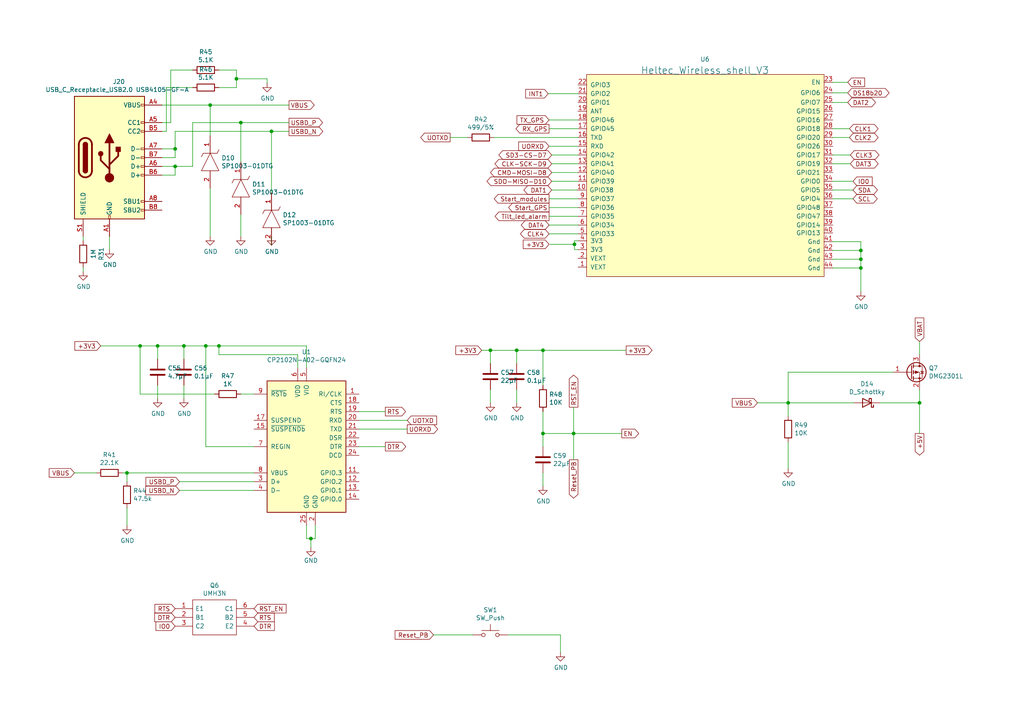
<source format=kicad_sch>
(kicad_sch (version 20211123) (generator eeschema)
  (paper "A4")
  (lib_symbols
    (symbol "Connector:USB_C_Receptacle_USB2.0" (pin_names (offset 1.016))
      (property "Reference" "J" (at -10.16 19.05 0))
      (property "Value" "USB_C_Receptacle_USB2.0" (at 19.05 19.05 0))
      (symbol "USB_C_Receptacle_USB2.0_0_0"
        (rectangle (start -0.254 -17.78) (end 0.254 -16.764))
        (rectangle (start 10.16 -14.986) (end 9.144 -15.494))
        (rectangle (start 10.16 -12.446) (end 9.144 -12.954))
        (rectangle (start 10.16 -4.826) (end 9.144 -5.334))
        (rectangle (start 10.16 -2.286) (end 9.144 -2.794))
        (rectangle (start 10.16 0.254) (end 9.144 -0.254))
        (rectangle (start 10.16 2.794) (end 9.144 2.286))
        (rectangle (start 10.16 7.874) (end 9.144 7.366))
        (rectangle (start 10.16 10.414) (end 9.144 9.906))
        (rectangle (start 10.16 15.494) (end 9.144 14.986))
      )
      (symbol "USB_C_Receptacle_USB2.0_0_1"
        (rectangle (start -10.16 17.78) (end 10.16 -17.78) (stroke (width 0.254)) (fill (type background)))
        (arc (start -8.89 -3.81) (mid -6.985 -5.715) (end -5.08 -3.81) (stroke (width 0.508)))
        (arc (start -7.62 -3.81) (mid -6.985 -4.445) (end -6.35 -3.81) (stroke (width 0.254)))
        (arc (start -7.62 -3.81) (mid -6.985 -4.445) (end -6.35 -3.81) (stroke (width 0.254)) (fill (type outline)))
        (rectangle (start -7.62 -3.81) (end -6.35 3.81) (stroke (width 0.254)) (fill (type outline)))
        (arc (start -6.35 3.81) (mid -6.985 4.445) (end -7.62 3.81) (stroke (width 0.254)))
        (arc (start -6.35 3.81) (mid -6.985 4.445) (end -7.62 3.81) (stroke (width 0.254)) (fill (type outline)))
        (arc (start -5.08 3.81) (mid -6.985 5.715) (end -8.89 3.81) (stroke (width 0.508)))
        (circle (center -2.54 1.143) (radius 0.635) (stroke (width 0.254)) (fill (type outline)))
        (circle (center 0 -5.842) (radius 1.27) (fill (type outline)))
        (polyline (pts (xy -8.89 -3.81) (xy -8.89 3.81)) (stroke (width 0.508)))
        (polyline (pts (xy -5.08 3.81) (xy -5.08 -3.81)) (stroke (width 0.508)))
        (polyline (pts (xy 0 -5.842) (xy 0 4.318)) (stroke (width 0.508)))
        (polyline (pts (xy 0 -3.302) (xy -2.54 -0.762) (xy -2.54 0.508)) (stroke (width 0.508)))
        (polyline (pts (xy 0 -2.032) (xy 2.54 0.508) (xy 2.54 1.778)) (stroke (width 0.508)))
        (polyline (pts (xy -1.27 4.318) (xy 0 6.858) (xy 1.27 4.318) (xy -1.27 4.318)) (stroke (width 0.254)) (fill (type outline)))
        (rectangle (start 1.905 1.778) (end 3.175 3.048) (stroke (width 0.254)) (fill (type outline)))
      )
      (symbol "USB_C_Receptacle_USB2.0_1_1"
        (pin passive line (at 0 -22.86 90) (length 5.08) (name "GND") (number "A1"))
        (pin passive line (at 0 -22.86 90) (length 5.08) hide (name "GND") (number "A12"))
        (pin passive line (at 15.24 15.24 180) (length 5.08) (name "VBUS") (number "A4"))
        (pin bidirectional line (at 15.24 10.16 180) (length 5.08) (name "CC1") (number "A5"))
        (pin bidirectional line (at 15.24 -2.54 180) (length 5.08) (name "D+") (number "A6"))
        (pin bidirectional line (at 15.24 2.54 180) (length 5.08) (name "D-") (number "A7"))
        (pin bidirectional line (at 15.24 -12.7 180) (length 5.08) (name "SBU1") (number "A8"))
        (pin passive line (at 15.24 15.24 180) (length 5.08) hide (name "VBUS") (number "A9"))
        (pin passive line (at 0 -22.86 90) (length 5.08) hide (name "GND") (number "B1"))
        (pin passive line (at 0 -22.86 90) (length 5.08) hide (name "GND") (number "B12"))
        (pin passive line (at 15.24 15.24 180) (length 5.08) hide (name "VBUS") (number "B4"))
        (pin bidirectional line (at 15.24 7.62 180) (length 5.08) (name "CC2") (number "B5"))
        (pin bidirectional line (at 15.24 -5.08 180) (length 5.08) (name "D+") (number "B6"))
        (pin bidirectional line (at 15.24 0 180) (length 5.08) (name "D-") (number "B7"))
        (pin bidirectional line (at 15.24 -15.24 180) (length 5.08) (name "SBU2") (number "B8"))
        (pin passive line (at 15.24 15.24 180) (length 5.08) hide (name "VBUS") (number "B9"))
        (pin passive line (at -7.62 -22.86 90) (length 5.08) (name "SHIELD") (number "S1"))
      )
    )
    (symbol "Device:C" (pin_numbers hide) (pin_names (offset 0.254))
      (property "Reference" "C" (at 0.635 2.54 0))
      (property "Value" "C" (at 0.635 -2.54 0))
      (symbol "C_0_1"
        (polyline (pts (xy -2.032 -0.762) (xy 2.032 -0.762)) (stroke (width 0.508)))
        (polyline (pts (xy -2.032 0.762) (xy 2.032 0.762)) (stroke (width 0.508)))
      )
      (symbol "C_1_1"
        (pin passive line (at 0 3.81 270) (length 2.794) (name "~") (number "1"))
        (pin passive line (at 0 -3.81 90) (length 2.794) (name "~") (number "2"))
      )
    )
    (symbol "Device:D_Schottky" (pin_numbers hide) (pin_names (offset 1.016) hide)
      (property "Reference" "D" (at 0 2.54 0))
      (property "Value" "D_Schottky" (at 0 -2.54 0))
      (symbol "D_Schottky_0_1"
        (polyline (pts (xy 1.27 0) (xy -1.27 0)))
        (polyline (pts (xy 1.27 1.27) (xy 1.27 -1.27) (xy -1.27 0) (xy 1.27 1.27)) (stroke (width 0.254)))
        (polyline (pts (xy -1.905 0.635) (xy -1.905 1.27) (xy -1.27 1.27) (xy -1.27 -1.27) (xy -0.635 -1.27) (xy -0.635 -0.635)) (stroke (width 0.254)))
      )
      (symbol "D_Schottky_1_1"
        (pin passive line (at -3.81 0 0) (length 2.54) (name "K") (number "1"))
        (pin passive line (at 3.81 0 180) (length 2.54) (name "A") (number "2"))
      )
    )
    (symbol "Device:R" (pin_numbers hide) (pin_names (offset 0))
      (property "Reference" "R" (at 2.032 0 90))
      (property "Value" "R" (at 0 0 90))
      (symbol "R_0_1"
        (rectangle (start -1.016 -2.54) (end 1.016 2.54) (stroke (width 0.254)))
      )
      (symbol "R_1_1"
        (pin passive line (at 0 3.81 270) (length 1.27) (name "~") (number "1"))
        (pin passive line (at 0 -3.81 90) (length 1.27) (name "~") (number "2"))
      )
    )
    (symbol "Espressif:Heltec_Wireless_shell_V3" (pin_names (offset 1.016))
      (property "Reference" "U6" (at -21.59 8.1964 0))
      (property "Value" "Heltec_Wireless_shell_V3" (at -21.59 5.0034 0))
      (symbol "Heltec_Wireless_shell_V3_0_1"
        (rectangle (start -55.88 3.81) (end 12.954 -54.864) (fill (type background)))
      )
      (symbol "Heltec_Wireless_shell_V3_1_1"
        (pin bidirectional line (at -58.42 -52.07 0) (length 2.54) (name "VEXT") (number "1"))
        (pin bidirectional line (at -58.674 -29.718 0) (length 2.54) (name "GPIO38") (number "10"))
        (pin bidirectional line (at -58.42 -27.178 0) (length 2.54) (name "GPIO39") (number "11"))
        (pin bidirectional line (at -58.42 -24.638 0) (length 2.54) (name "GPIO40") (number "12"))
        (pin bidirectional line (at -58.42 -22.098 0) (length 2.54) (name "GPIO41") (number "13"))
        (pin bidirectional line (at -58.42 -19.558 0) (length 2.54) (name "GPIO42") (number "14"))
        (pin bidirectional line (at -58.42 -17.018 0) (length 2.54) (name "RXD") (number "15"))
        (pin bidirectional line (at -58.42 -14.478 0) (length 2.54) (name "TXD") (number "16"))
        (pin bidirectional line (at -58.42 -11.938 0) (length 2.54) (name "GPIO45") (number "17"))
        (pin bidirectional line (at -58.42 -9.398 0) (length 2.54) (name "GPIO46") (number "18"))
        (pin bidirectional line (at -58.42 -6.858 0) (length 2.54) (name "ANT") (number "19"))
        (pin bidirectional line (at -58.42 -49.53 0) (length 2.54) (name "VEXT") (number "2"))
        (pin bidirectional line (at -58.42 -4.318 0) (length 2.54) (name "GPIO1") (number "20"))
        (pin bidirectional line (at -58.42 -1.778 0) (length 2.54) (name "GPIO2") (number "21"))
        (pin bidirectional line (at -58.42 0.762 0) (length 2.54) (name "GPIO3") (number "22"))
        (pin bidirectional line (at 15.494 1.524 180) (length 2.54) (name "EN") (number "23"))
        (pin bidirectional line (at 15.494 -1.524 180) (length 2.54) (name "GPIO6") (number "24"))
        (pin bidirectional line (at 15.494 -4.318 180) (length 2.54) (name "GPIO7") (number "25"))
        (pin bidirectional line (at 15.494 -6.858 180) (length 2.54) (name "GPIO15") (number "26"))
        (pin bidirectional line (at 15.494 -9.398 180) (length 2.54) (name "GPIO16") (number "27"))
        (pin bidirectional line (at 15.494 -11.938 180) (length 2.54) (name "GPIO18") (number "28"))
        (pin bidirectional line (at 15.494 -14.478 180) (length 2.54) (name "GPIO20") (number "29"))
        (pin bidirectional line (at -58.42 -46.99 0) (length 2.54) (name "3V3") (number "3"))
        (pin bidirectional line (at 15.494 -17.018 180) (length 2.54) (name "GPIO26") (number "30"))
        (pin bidirectional line (at 15.494 -19.558 180) (length 2.54) (name "GPIO17") (number "31"))
        (pin bidirectional line (at 15.494 -22.098 180) (length 2.54) (name "GPIO19") (number "32"))
        (pin bidirectional line (at 15.494 -24.638 180) (length 2.54) (name "GPIO21") (number "33"))
        (pin bidirectional line (at 15.494 -27.178 180) (length 2.54) (name "GPIO0") (number "34"))
        (pin bidirectional line (at 15.494 -29.718 180) (length 2.54) (name "GPIO5") (number "35"))
        (pin bidirectional line (at 15.494 -32.258 180) (length 2.54) (name "GPIO4") (number "36"))
        (pin bidirectional line (at 15.494 -34.798 180) (length 2.54) (name "GPIO48") (number "37"))
        (pin bidirectional line (at 15.494 -37.338 180) (length 2.54) (name "GPIO47") (number "38"))
        (pin bidirectional line (at 15.494 -39.878 180) (length 2.54) (name "GPIO14") (number "39"))
        (pin bidirectional line (at -58.42 -44.45 0) (length 2.54) (name "3V3") (number "4"))
        (pin bidirectional line (at 15.494 -42.164 180) (length 2.54) (name "GPIO13") (number "40"))
        (pin bidirectional line (at 15.494 -44.704 180) (length 2.54) (name "Gnd") (number "41"))
        (pin bidirectional line (at 15.494 -47.244 180) (length 2.54) (name "Gnd") (number "42"))
        (pin bidirectional line (at 15.494 -49.784 180) (length 2.54) (name "Gnd") (number "43"))
        (pin bidirectional line (at 15.494 -52.324 180) (length 2.54) (name "Gnd") (number "44"))
        (pin bidirectional line (at -58.42 -42.418 0) (length 2.54) (name "GPIO33") (number "5"))
        (pin bidirectional line (at -58.42 -39.878 0) (length 2.54) (name "GPIO34") (number "6"))
        (pin bidirectional line (at -58.42 -37.338 0) (length 2.54) (name "GPIO35") (number "7"))
        (pin bidirectional line (at -58.42 -34.798 0) (length 2.54) (name "GPIO36") (number "8"))
        (pin bidirectional line (at -58.42 -32.258 0) (length 2.54) (name "GPIO37") (number "9"))
      )
    )
    (symbol "RE1C002UN:DMG2301L" (pin_names hide)
      (property "Reference" "Q" (at 5.08 1.905 0))
      (property "Value" "DMG2301L" (at 5.08 0 0))
      (symbol "DMG2301L_0_1"
        (polyline (pts (xy 0.254 0) (xy -2.54 0)))
        (polyline (pts (xy 0.254 1.905) (xy 0.254 -1.905)) (stroke (width 0.254)))
        (polyline (pts (xy 0.762 -1.27) (xy 0.762 -2.286)) (stroke (width 0.254)))
        (polyline (pts (xy 0.762 0.508) (xy 0.762 -0.508)) (stroke (width 0.254)))
        (polyline (pts (xy 0.762 2.286) (xy 0.762 1.27)) (stroke (width 0.254)))
        (polyline (pts (xy 2.54 2.54) (xy 2.54 1.778)))
        (polyline (pts (xy 2.54 -2.54) (xy 2.54 0) (xy 0.762 0)))
        (polyline (pts (xy 0.762 1.778) (xy 3.302 1.778) (xy 3.302 -1.778) (xy 0.762 -1.778)))
        (polyline (pts (xy 2.286 0) (xy 1.27 0.381) (xy 1.27 -0.381) (xy 2.286 0)) (fill (type outline)))
        (polyline (pts (xy 2.794 -0.508) (xy 2.921 -0.381) (xy 3.683 -0.381) (xy 3.81 -0.254)))
        (polyline (pts (xy 3.302 -0.381) (xy 2.921 0.254) (xy 3.683 0.254) (xy 3.302 -0.381)))
        (circle (center 1.651 0) (radius 2.794) (stroke (width 0.254)))
        (circle (center 2.54 -1.778) (radius 0.254) (fill (type outline)))
        (circle (center 2.54 1.778) (radius 0.254) (fill (type outline)))
      )
      (symbol "DMG2301L_1_1"
        (pin input line (at -5.08 0 0) (length 2.54) (name "G") (number "1"))
        (pin passive line (at 2.54 -5.08 90) (length 2.54) (name "S") (number "2"))
        (pin passive line (at 2.54 5.08 270) (length 2.54) (name "D") (number "3"))
      )
    )
    (symbol "SP1003-01DTG:SP1003-01DTG" (pin_names (offset 0.762))
      (property "Reference" "D" (at 10.16 8.89 0))
      (property "Value" "SP1003-01DTG" (at 10.16 6.35 0))
      (symbol "SP1003-01DTG_0_0"
        (pin passive line (at 0 0 0) (length 5.08) (name "~") (number "1"))
        (pin passive line (at 15.24 0 180) (length 5.08) (name "~") (number "2"))
      )
      (symbol "SP1003-01DTG_0_1"
        (polyline (pts (xy 4.064 2.54) (xy 5.08 2.032)) (stroke (width 0.1524)))
        (polyline (pts (xy 5.08 -2.032) (xy 5.08 2.032)) (stroke (width 0.1524)))
        (polyline (pts (xy 5.08 -2.032) (xy 6.096 -2.54)) (stroke (width 0.1524)))
        (polyline (pts (xy 5.08 0) (xy 10.16 2.54) (xy 10.16 -2.54) (xy 5.08 0)) (stroke (width 0.1524)))
      )
    )
    (symbol "Switch:SW_Push" (pin_numbers hide) (pin_names (offset 1.016) hide)
      (property "Reference" "SW" (at 1.27 2.54 0))
      (property "Value" "SW_Push" (at 0 -1.524 0))
      (symbol "SW_Push_0_1"
        (circle (center -2.032 0) (radius 0.508))
        (polyline (pts (xy 0 1.27) (xy 0 3.048)))
        (polyline (pts (xy 2.54 1.27) (xy -2.54 1.27)))
        (circle (center 2.032 0) (radius 0.508))
        (pin passive line (at -5.08 0 0) (length 2.54) (name "1") (number "1"))
        (pin passive line (at 5.08 0 180) (length 2.54) (name "2") (number "2"))
      )
    )
    (symbol "TestboardV2.3-rescue:CP2102N-A01-GQFN24-Interface_USB" (pin_names (offset 1.016))
      (property "Reference" "U" (at -5.08 22.225 0))
      (property "Value" "CP2102N-A01-GQFN24-Interface_USB" (at -5.08 20.32 0))
      (symbol "CP2102N-A01-GQFN24-Interface_USB_0_1"
        (rectangle (start -11.43 19.05) (end 11.43 -19.05) (stroke (width 0.254)) (fill (type background)))
      )
      (symbol "CP2102N-A01-GQFN24-Interface_USB_1_1"
        (pin bidirectional line (at 15.24 15.24 180) (length 3.81) (name "RI/CLK") (number "1"))
        (pin no_connect line (at 10.16 -22.86 90) (length 3.81) hide (name "NC") (number "10"))
        (pin bidirectional line (at 15.24 -7.62 180) (length 3.81) (name "GPIO.3") (number "11"))
        (pin bidirectional line (at 15.24 -10.16 180) (length 3.81) (name "GPIO.2") (number "12"))
        (pin bidirectional line (at 15.24 -12.7 180) (length 3.81) (name "GPIO.1") (number "13"))
        (pin bidirectional line (at 15.24 -15.24 180) (length 3.81) (name "GPIO.0") (number "14"))
        (pin output line (at -15.24 5.08 0) (length 3.81) (name "~{SUSPENDb}") (number "15"))
        (pin no_connect line (at 7.62 -22.86 90) (length 3.81) hide (name "NC") (number "16"))
        (pin output line (at -15.24 7.62 0) (length 3.81) (name "SUSPEND") (number "17"))
        (pin input line (at 15.24 12.7 180) (length 3.81) (name "CTS") (number "18"))
        (pin output line (at 15.24 10.16 180) (length 3.81) (name "RTS") (number "19"))
        (pin power_in line (at 2.54 -22.86 90) (length 3.81) (name "GND") (number "2"))
        (pin input line (at 15.24 7.62 180) (length 3.81) (name "RXD") (number "20"))
        (pin output line (at 15.24 5.08 180) (length 3.81) (name "TXD") (number "21"))
        (pin input line (at 15.24 2.54 180) (length 3.81) (name "DSR") (number "22"))
        (pin output line (at 15.24 0 180) (length 3.81) (name "DTR") (number "23"))
        (pin input line (at 15.24 -2.54 180) (length 3.81) (name "DCD") (number "24"))
        (pin power_in line (at 0 -22.86 90) (length 3.81) (name "GND") (number "25"))
        (pin bidirectional line (at -15.24 -10.16 0) (length 3.81) (name "D+") (number "3"))
        (pin bidirectional line (at -15.24 -12.7 0) (length 3.81) (name "D-") (number "4"))
        (pin power_in line (at 0 22.86 270) (length 3.81) (name "VIO") (number "5"))
        (pin power_in line (at -2.54 22.86 270) (length 3.81) (name "VDD") (number "6"))
        (pin power_in line (at -15.24 0 0) (length 3.81) (name "REGIN") (number "7"))
        (pin input line (at -15.24 -7.62 0) (length 3.81) (name "VBUS") (number "8"))
        (pin input line (at -15.24 15.24 0) (length 3.81) (name "~{RSTb}") (number "9"))
      )
    )
    (symbol "UMH3N:UMH3N" (pin_names (offset 0.762))
      (property "Reference" "Q" (at 19.05 7.62 0))
      (property "Value" "UMH3N" (at 19.05 5.08 0))
      (symbol "UMH3N_0_0"
        (pin unspecified line (at 0 0 0) (length 5.08) (name "E1") (number "1"))
        (pin unspecified line (at 0 -2.54 0) (length 5.08) (name "B1") (number "2"))
        (pin unspecified line (at 0 -5.08 0) (length 5.08) (name "C2") (number "3"))
        (pin unspecified line (at 22.86 -5.08 180) (length 5.08) (name "E2") (number "4"))
        (pin unspecified line (at 22.86 -2.54 180) (length 5.08) (name "B2") (number "5"))
        (pin unspecified line (at 22.86 0 180) (length 5.08) (name "C1") (number "6"))
      )
      (symbol "UMH3N_0_1"
        (polyline (pts (xy 5.08 2.54) (xy 17.78 2.54) (xy 17.78 -7.62) (xy 5.08 -7.62) (xy 5.08 2.54)) (stroke (width 0.1524)))
      )
    )
    (symbol "power:GND" (power) (pin_names (offset 0))
      (property "Value" "GND" (at 0 -3.81 0))
      (symbol "GND_0_1"
        (polyline (pts (xy 0 0) (xy 0 -1.27) (xy 1.27 -1.27) (xy 0 -2.54) (xy -1.27 -1.27) (xy 0 -1.27)))
      )
      (symbol "GND_1_1"
        (pin power_in line (at 0 0 270) (length 0) hide (name "GND") (number "1"))
      )
    )
  )
  (junction (at 50.8 48.26))
  (junction (at 40.64 100.33))
  (junction (at 69.85 35.56))
  (junction (at 266.7 116.84))
  (junction (at 166.624 70.866))
  (junction (at 157.48 125.73))
  (junction (at 59.69 100.33))
  (junction (at 249.682 75.184))
  (junction (at 157.48 101.6))
  (junction (at 249.682 77.724))
  (junction (at 90.17 156.21))
  (junction (at 149.86 101.6))
  (junction (at 63.5 100.33))
  (junction (at 53.34 100.33))
  (junction (at 36.83 137.16))
  (junction (at 68.58 22.86))
  (junction (at 78.74 38.1))
  (junction (at 142.24 101.6))
  (junction (at 45.72 100.33))
  (junction (at 228.6 116.84))
  (junction (at 166.37 125.73))
  (junction (at 50.8 43.18))
  (junction (at 249.682 72.644))
  (junction (at 60.96 30.48))
  (wire (pts (xy 166.624 70.866) (xy 166.624 69.85)))
  (wire (pts (xy 29.21 100.33) (xy 40.64 100.33)))
  (wire (pts (xy 50.8 43.18) (xy 50.8 45.72)))
  (wire (pts (xy 21.59 137.16) (xy 27.94 137.16)))
  (wire (pts (xy 159.258 34.798) (xy 167.64 34.798)))
  (wire (pts (xy 46.99 48.26) (xy 50.8 48.26)))
  (wire (pts (xy 104.14 124.46) (xy 118.11 124.46)))
  (wire (pts (xy 143.256 39.878) (xy 167.64 39.878)))
  (wire (pts (xy 78.74 55.88) (xy 78.74 38.1)))
  (wire (pts (xy 249.682 72.644) (xy 249.682 75.184)))
  (wire (pts (xy 50.8 48.26) (xy 55.88 48.26)))
  (wire (pts (xy 31.75 68.58) (xy 31.75 72.39)))
  (wire (pts (xy 104.14 119.38) (xy 111.76 119.38)))
  (wire (pts (xy 68.58 22.86) (xy 68.58 20.32)))
  (wire (pts (xy 149.86 113.03) (xy 149.86 116.84)))
  (wire (pts (xy 60.96 30.48) (xy 83.82 30.48)))
  (wire (pts (xy 63.5 102.87) (xy 63.5 100.33)))
  (wire (pts (xy 166.624 70.866) (xy 166.624 72.39)))
  (wire (pts (xy 159.258 60.198) (xy 167.64 60.198)))
  (wire (pts (xy 241.554 70.104) (xy 249.682 70.104)))
  (wire (pts (xy 249.682 75.184) (xy 249.682 77.724)))
  (wire (pts (xy 241.554 55.118) (xy 247.396 55.118)))
  (wire (pts (xy 162.56 184.15) (xy 162.56 189.23)))
  (wire (pts (xy 228.6 107.95) (xy 259.08 107.95)))
  (wire (pts (xy 228.6 116.84) (xy 247.65 116.84)))
  (wire (pts (xy 40.64 114.3) (xy 40.64 100.33)))
  (wire (pts (xy 159.258 37.338) (xy 167.64 37.338)))
  (wire (pts (xy 159.258 67.818) (xy 167.64 67.818)))
  (wire (pts (xy 36.83 137.16) (xy 36.83 139.7)))
  (wire (pts (xy 36.83 137.16) (xy 73.66 137.16)))
  (wire (pts (xy 49.53 20.32) (xy 55.88 20.32)))
  (wire (pts (xy 50.8 38.1) (xy 78.74 38.1)))
  (wire (pts (xy 266.7 102.87) (xy 266.7 99.06)))
  (wire (pts (xy 241.554 47.498) (xy 246.634 47.498)))
  (wire (pts (xy 241.554 72.644) (xy 249.682 72.644)))
  (wire (pts (xy 77.47 22.86) (xy 77.47 24.13)))
  (wire (pts (xy 219.71 116.84) (xy 228.6 116.84)))
  (wire (pts (xy 69.85 35.56) (xy 83.82 35.56)))
  (wire (pts (xy 59.69 100.33) (xy 63.5 100.33)))
  (wire (pts (xy 149.86 101.6) (xy 149.86 105.41)))
  (wire (pts (xy 228.6 116.84) (xy 228.6 107.95)))
  (wire (pts (xy 130.556 39.878) (xy 135.636 39.878)))
  (wire (pts (xy 53.34 100.33) (xy 59.69 100.33)))
  (wire (pts (xy 147.32 184.15) (xy 162.56 184.15)))
  (wire (pts (xy 78.74 71.12) (xy 78.74 68.58)))
  (wire (pts (xy 48.26 25.4) (xy 55.88 25.4)))
  (wire (pts (xy 167.64 44.958) (xy 160.02 44.958)))
  (wire (pts (xy 88.9 106.68) (xy 88.9 100.33)))
  (wire (pts (xy 55.88 48.26) (xy 55.88 35.56)))
  (wire (pts (xy 142.24 101.6) (xy 142.24 105.41)))
  (wire (pts (xy 149.86 101.6) (xy 157.48 101.6)))
  (wire (pts (xy 241.554 39.878) (xy 246.38 39.878)))
  (wire (pts (xy 142.24 113.03) (xy 142.24 116.84)))
  (wire (pts (xy 46.99 35.56) (xy 49.53 35.56)))
  (wire (pts (xy 160.02 55.118) (xy 167.386 55.118)))
  (wire (pts (xy 78.74 38.1) (xy 83.82 38.1)))
  (wire (pts (xy 159.512 70.866) (xy 166.624 70.866)))
  (wire (pts (xy 73.66 142.24) (xy 52.07 142.24)))
  (wire (pts (xy 91.44 156.21) (xy 91.44 152.4)))
  (wire (pts (xy 73.66 114.3) (xy 69.85 114.3)))
  (wire (pts (xy 63.5 25.4) (xy 68.58 25.4)))
  (wire (pts (xy 139.7 101.6) (xy 142.24 101.6)))
  (wire (pts (xy 160.02 50.038) (xy 167.64 50.038)))
  (wire (pts (xy 160.02 47.498) (xy 167.64 47.498)))
  (wire (pts (xy 69.85 62.23) (xy 69.85 68.58)))
  (wire (pts (xy 241.554 37.338) (xy 246.38 37.338)))
  (wire (pts (xy 45.72 111.76) (xy 45.72 115.57)))
  (wire (pts (xy 50.8 45.72) (xy 46.99 45.72)))
  (wire (pts (xy 255.27 116.84) (xy 266.7 116.84)))
  (wire (pts (xy 53.34 111.76) (xy 53.34 115.57)))
  (wire (pts (xy 142.24 101.6) (xy 149.86 101.6)))
  (wire (pts (xy 48.26 38.1) (xy 48.26 25.4)))
  (wire (pts (xy 86.36 102.87) (xy 63.5 102.87)))
  (wire (pts (xy 55.88 35.56) (xy 69.85 35.56)))
  (wire (pts (xy 59.69 100.33) (xy 59.69 129.54)))
  (wire (pts (xy 249.682 77.724) (xy 249.682 84.582)))
  (wire (pts (xy 249.682 70.104) (xy 249.682 72.644)))
  (wire (pts (xy 241.554 57.658) (xy 247.396 57.658)))
  (wire (pts (xy 241.554 77.724) (xy 249.682 77.724)))
  (wire (pts (xy 35.56 137.16) (xy 36.83 137.16)))
  (wire (pts (xy 45.72 100.33) (xy 45.72 104.14)))
  (wire (pts (xy 59.69 129.54) (xy 73.66 129.54)))
  (wire (pts (xy 241.554 29.718) (xy 245.872 29.718)))
  (wire (pts (xy 86.36 106.68) (xy 86.36 102.87)))
  (wire (pts (xy 241.554 52.578) (xy 247.396 52.578)))
  (wire (pts (xy 50.8 50.8) (xy 46.99 50.8)))
  (wire (pts (xy 160.02 52.578) (xy 167.64 52.578)))
  (wire (pts (xy 104.14 129.54) (xy 111.76 129.54)))
  (wire (pts (xy 50.8 48.26) (xy 50.8 50.8)))
  (wire (pts (xy 104.14 121.92) (xy 118.11 121.92)))
  (wire (pts (xy 68.58 22.86) (xy 77.47 22.86)))
  (wire (pts (xy 125.73 184.15) (xy 137.16 184.15)))
  (wire (pts (xy 157.48 101.6) (xy 157.48 111.76)))
  (wire (pts (xy 36.83 147.32) (xy 36.83 152.4)))
  (wire (pts (xy 90.17 156.21) (xy 90.17 158.75)))
  (wire (pts (xy 166.37 125.73) (xy 166.37 133.35)))
  (wire (pts (xy 159.258 62.738) (xy 167.64 62.738)))
  (wire (pts (xy 60.96 39.37) (xy 60.96 30.48)))
  (wire (pts (xy 228.6 128.27) (xy 228.6 135.89)))
  (wire (pts (xy 40.64 114.3) (xy 62.23 114.3)))
  (wire (pts (xy 166.37 125.73) (xy 180.34 125.73)))
  (wire (pts (xy 53.34 100.33) (xy 53.34 104.14)))
  (wire (pts (xy 157.48 137.16) (xy 157.48 140.97)))
  (wire (pts (xy 228.6 116.84) (xy 228.6 120.65)))
  (wire (pts (xy 88.9 152.4) (xy 88.9 156.21)))
  (wire (pts (xy 166.37 125.73) (xy 157.48 125.73)))
  (wire (pts (xy 60.96 54.61) (xy 60.96 68.58)))
  (wire (pts (xy 50.8 43.18) (xy 50.8 38.1)))
  (wire (pts (xy 68.58 25.4) (xy 68.58 22.86)))
  (wire (pts (xy 159.258 57.658) (xy 167.64 57.658)))
  (wire (pts (xy 88.9 156.21) (xy 90.17 156.21)))
  (wire (pts (xy 159.258 65.278) (xy 167.64 65.278)))
  (wire (pts (xy 266.7 113.03) (xy 266.7 116.84)))
  (wire (pts (xy 52.07 139.7) (xy 73.66 139.7)))
  (wire (pts (xy 157.48 119.38) (xy 157.48 125.73)))
  (wire (pts (xy 266.7 116.84) (xy 266.7 125.73)))
  (wire (pts (xy 157.48 125.73) (xy 157.48 129.54)))
  (wire (pts (xy 69.85 46.99) (xy 69.85 35.56)))
  (wire (pts (xy 166.37 118.11) (xy 166.37 125.73)))
  (wire (pts (xy 68.58 20.32) (xy 63.5 20.32)))
  (wire (pts (xy 40.64 100.33) (xy 45.72 100.33)))
  (wire (pts (xy 88.9 100.33) (xy 63.5 100.33)))
  (wire (pts (xy 90.17 156.21) (xy 91.44 156.21)))
  (wire (pts (xy 24.13 69.85) (xy 24.13 68.58)))
  (wire (pts (xy 157.48 101.6) (xy 181.61 101.6)))
  (wire (pts (xy 241.554 44.958) (xy 246.634 44.958)))
  (wire (pts (xy 53.34 100.33) (xy 45.72 100.33)))
  (wire (pts (xy 46.99 30.48) (xy 60.96 30.48)))
  (wire (pts (xy 159.004 27.178) (xy 167.64 27.178)))
  (wire (pts (xy 49.53 20.32) (xy 49.53 35.56)))
  (wire (pts (xy 24.13 78.74) (xy 24.13 77.47)))
  (wire (pts (xy 46.99 38.1) (xy 48.26 38.1)))
  (wire (pts (xy 159.258 42.418) (xy 167.64 42.418)))
  (wire (pts (xy 166.624 72.39) (xy 167.64 72.39)))
  (wire (pts (xy 241.554 23.876) (xy 245.872 23.876)))
  (wire (pts (xy 241.554 26.924) (xy 245.872 26.924)))
  (wire (pts (xy 166.624 69.85) (xy 167.64 69.85)))
  (wire (pts (xy 46.99 43.18) (xy 50.8 43.18)))
  (wire (pts (xy 241.554 75.184) (xy 249.682 75.184)))
  (global_label "VBUS" (shape input) (at 219.71 116.84 180) (property "Intersheet References" "${INTERSHEET_REFS}" (effects hide)))
  (global_label "Tilt_led_alarm" (shape output) (at 159.258 62.738 180) (property "Intersheet References" "${INTERSHEET_REFS}" (effects hide)))
  (global_label "CLK4" (shape bidirectional) (at 159.258 67.818 180) (property "Intersheet References" "${INTERSHEET_REFS}" (effects hide)))
  (global_label "TX_GPS" (shape input) (at 159.258 34.798 180) (property "Intersheet References" "${INTERSHEET_REFS}" (effects hide)))
  (global_label "RTS" (shape input) (at 50.8 176.53 180) (property "Intersheet References" "${INTERSHEET_REFS}" (effects hide)))
  (global_label "EN" (shape input) (at 245.872 23.876 0) (property "Intersheet References" "${INTERSHEET_REFS}" (effects hide)))
  (global_label "UORXD" (shape output) (at 118.11 124.46 0) (property "Intersheet References" "${INTERSHEET_REFS}" (effects hide)))
  (global_label "SDA" (shape bidirectional) (at 247.396 55.118 0) (property "Intersheet References" "${INTERSHEET_REFS}" (effects hide)))
  (global_label "RTS" (shape input) (at 73.66 179.07 0) (property "Intersheet References" "${INTERSHEET_REFS}" (effects hide)))
  (global_label "VBAT" (shape input) (at 266.7 99.06 90) (property "Intersheet References" "${INTERSHEET_REFS}" (effects hide)))
  (global_label "+3V3" (shape output) (at 181.61 101.6 0) (property "Intersheet References" "${INTERSHEET_REFS}" (effects hide)))
  (global_label "CLK2" (shape bidirectional) (at 246.38 39.878 0) (property "Intersheet References" "${INTERSHEET_REFS}" (effects hide)))
  (global_label "+3V3" (shape input) (at 29.21 100.33 180) (property "Intersheet References" "${INTERSHEET_REFS}" (effects hide)))
  (global_label "CMD-MOSI-D8" (shape bidirectional) (at 160.02 50.038 180) (property "Intersheet References" "${INTERSHEET_REFS}" (effects hide)))
  (global_label "UORXD" (shape input) (at 159.258 42.418 180) (property "Intersheet References" "${INTERSHEET_REFS}" (effects hide)))
  (global_label "DAT1" (shape bidirectional) (at 160.02 55.118 180) (property "Intersheet References" "${INTERSHEET_REFS}" (effects hide)))
  (global_label "SDO-MISO-D10" (shape bidirectional) (at 160.02 52.578 180) (property "Intersheet References" "${INTERSHEET_REFS}" (effects hide)))
  (global_label "+3V3" (shape input) (at 159.258 70.866 180) (property "Intersheet References" "${INTERSHEET_REFS}" (effects hide)))
  (global_label "Reset_PB" (shape output) (at 166.37 133.35 270) (property "Intersheet References" "${INTERSHEET_REFS}" (effects hide)))
  (global_label "Start_GPS" (shape output) (at 159.258 60.198 180) (property "Intersheet References" "${INTERSHEET_REFS}" (effects hide)))
  (global_label "DAT2" (shape bidirectional) (at 245.872 29.718 0) (property "Intersheet References" "${INTERSHEET_REFS}" (effects hide)))
  (global_label "SCL" (shape bidirectional) (at 247.396 57.658 0) (property "Intersheet References" "${INTERSHEET_REFS}" (effects hide)))
  (global_label "IO0" (shape input) (at 50.8 181.61 180) (property "Intersheet References" "${INTERSHEET_REFS}" (effects hide)))
  (global_label "USBD_N" (shape output) (at 83.82 38.1 0) (property "Intersheet References" "${INTERSHEET_REFS}" (effects hide)))
  (global_label "VBUS" (shape output) (at 83.82 30.48 0) (property "Intersheet References" "${INTERSHEET_REFS}" (effects hide)))
  (global_label "DAT4" (shape bidirectional) (at 159.258 65.278 180) (property "Intersheet References" "${INTERSHEET_REFS}" (effects hide)))
  (global_label "RST_EN" (shape input) (at 73.66 176.53 0) (property "Intersheet References" "${INTERSHEET_REFS}" (effects hide)))
  (global_label "UOTXD" (shape output) (at 130.556 39.878 180) (property "Intersheet References" "${INTERSHEET_REFS}" (effects hide)))
  (global_label "Reset_PB" (shape input) (at 125.73 184.15 180) (property "Intersheet References" "${INTERSHEET_REFS}" (effects hide)))
  (global_label "IO0" (shape input) (at 247.396 52.578 0) (property "Intersheet References" "${INTERSHEET_REFS}" (effects hide)))
  (global_label "CLK-SCK-D9" (shape bidirectional) (at 160.02 47.498 180) (property "Intersheet References" "${INTERSHEET_REFS}" (effects hide)))
  (global_label "+3V3" (shape input) (at 139.7 101.6 180) (property "Intersheet References" "${INTERSHEET_REFS}" (effects hide)))
  (global_label "RTS" (shape output) (at 111.76 119.38 0) (property "Intersheet References" "${INTERSHEET_REFS}" (effects hide)))
  (global_label "USBD_N" (shape input) (at 52.07 142.24 180) (property "Intersheet References" "${INTERSHEET_REFS}" (effects hide)))
  (global_label "DS18b20" (shape bidirectional) (at 245.872 26.924 0) (property "Intersheet References" "${INTERSHEET_REFS}" (effects hide)))
  (global_label "RX_GPS" (shape output) (at 159.258 37.338 180) (property "Intersheet References" "${INTERSHEET_REFS}" (effects hide)))
  (global_label "DAT3" (shape bidirectional) (at 246.634 47.498 0) (property "Intersheet References" "${INTERSHEET_REFS}" (effects hide)))
  (global_label "DTR" (shape output) (at 111.76 129.54 0) (property "Intersheet References" "${INTERSHEET_REFS}" (effects hide)))
  (global_label "INT1" (shape input) (at 159.004 27.178 180) (property "Intersheet References" "${INTERSHEET_REFS}" (effects hide)))
  (global_label "CLK1" (shape bidirectional) (at 246.38 37.338 0) (property "Intersheet References" "${INTERSHEET_REFS}" (effects hide)))
  (global_label "EN" (shape output) (at 180.34 125.73 0) (property "Intersheet References" "${INTERSHEET_REFS}" (effects hide)))
  (global_label "USBD_P" (shape input) (at 52.07 139.7 180) (property "Intersheet References" "${INTERSHEET_REFS}" (effects hide)))
  (global_label "UOTXD" (shape input) (at 118.11 121.92 0) (property "Intersheet References" "${INTERSHEET_REFS}" (effects hide)))
  (global_label "VBUS" (shape input) (at 21.59 137.16 180) (property "Intersheet References" "${INTERSHEET_REFS}" (effects hide)))
  (global_label "DTR" (shape input) (at 50.8 179.07 180) (property "Intersheet References" "${INTERSHEET_REFS}" (effects hide)))
  (global_label "USBD_P" (shape output) (at 83.82 35.56 0) (property "Intersheet References" "${INTERSHEET_REFS}" (effects hide)))
  (global_label "+5V" (shape output) (at 266.7 125.73 270) (property "Intersheet References" "${INTERSHEET_REFS}" (effects hide)))
  (global_label "DTR" (shape input) (at 73.66 181.61 0) (property "Intersheet References" "${INTERSHEET_REFS}" (effects hide)))
  (global_label "CLK3" (shape bidirectional) (at 246.634 44.958 0) (property "Intersheet References" "${INTERSHEET_REFS}" (effects hide)))
  (global_label "SD3-CS-D7" (shape bidirectional) (at 160.02 44.958 180) (property "Intersheet References" "${INTERSHEET_REFS}" (effects hide)))
  (global_label "Start_modules" (shape output) (at 159.258 57.658 180) (property "Intersheet References" "${INTERSHEET_REFS}" (effects hide)))
  (global_label "RST_EN" (shape output) (at 166.37 118.11 90) (property "Intersheet References" "${INTERSHEET_REFS}" (effects hide)))
  (symbol (lib_id "UMH3N:UMH3N") (at 50.8 176.53 0) (unit 1)
    (property "Reference" "Q6" (at 62.23 169.799 0))
    (property "Value" "UMH3N" (at 62.23 172.1104 0))
    (property "Footprint" "Package_TO_SOT_SMD:SOT-363_SC-70-6" (effects hide))
    (property "Datasheet" "https://datasheet.lcsc.com/szlcsc/Changjiang-Electronics-Tech-CJ-UMH3N_C62892.pdf" (effects hide))
    (property "Description" "2 NPN pre-biased (Dual) 100mA 50V SC-70-6(SOT-363) Digital Transistors RoHS" (effects hide))
    (property "Height" "1.1" (effects hide))
    (property "Manufacturer_Name" "Changjiang Electronics Tech (CJ)" (effects hide))
    (property "Manufacturer_Part_Number" "UMH3N" (effects hide))
  )
  (symbol (lib_id "Device:C") (at 53.34 107.95 0) (unit 1)
    (property "Reference" "C56" (at 56.261 106.7816 0) (effects (justify left)))
    (property "Value" "0.1µF" (at 56.261 109.093 0) (effects (justify left)))
    (property "Footprint" "Capacitor_SMD:C_0603_1608Metric" (effects hide))
  )
  (symbol (lib_id "Device:C") (at 149.86 109.22 0) (unit 1)
    (property "Reference" "C58" (at 152.781 108.0516 0) (effects (justify left)))
    (property "Value" "0.1µF" (at 152.781 110.363 0) (effects (justify left)))
    (property "Footprint" "Capacitor_SMD:C_0603_1608Metric" (effects hide))
  )
  (symbol (lib_id "power:GND") (at 45.72 115.57 0) (unit 1)
    (property "Reference" "#PWR0213" (effects hide))
    (property "Value" "GND" (at 45.847 119.9642 0))
  )
  (symbol (lib_id "power:GND") (at 77.47 24.13 0) (unit 1)
    (property "Reference" "#PWR0207" (effects hide))
    (property "Value" "GND" (at 77.597 28.5242 0))
  )
  (symbol (lib_id "Device:D_Schottky") (at 251.46 116.84 180) (unit 1)
    (property "Reference" "D14" (at 251.46 111.3536 0))
    (property "Value" "D_Schottky" (at 251.46 113.665 0))
    (property "Footprint" "Diode_SMD:D_SOD-323" (effects hide))
  )
  (symbol (lib_id "Device:C") (at 142.24 109.22 0) (unit 1)
    (property "Reference" "C57" (at 145.161 108.0516 0) (effects (justify left)))
    (property "Value" "22µF" (at 145.161 110.363 0) (effects (justify left)))
    (property "Footprint" "Capacitor_SMD:C_0805_2012Metric" (effects hide))
  )
  (symbol (lib_id "SP1003-01DTG:SP1003-01DTG") (at 69.85 46.99 270) (unit 1)
    (property "Reference" "D11" (at 73.1012 53.4416 90) (effects (justify left)))
    (property "Value" "SP1003-01DTG" (at 73.1012 55.753 90) (effects (justify left)))
    (property "Footprint" "Empreintes:SODFL1406X65N" (effects hide))
    (property "Datasheet" "https://www.littelfuse.com/~/media/electronics/datasheets/tvs_diode_arrays/littelfuse_tvs_diode_array_sp1003_datasheet.pdf.pdf" (effects hide))
    (property "Description" "1 Ch 30KV 30pF TVS Diode Array SOD-723" (effects hide))
    (property "Height" "0.65" (effects hide))
    (property "Manufacturer_Name" "LITTELFUSE" (effects hide))
    (property "Manufacturer_Part_Number" "SP1003-01DTG" (effects hide))
    (property "Arrow Part Number" "SP1003-01DTG" (effects hide))
    (property "Arrow Price/Stock" "https://www.arrow.com/en/products/sp1003-01dtg/littelfuse" (effects hide))
    (property "Mouser Part Number" "576-SP1003-01DTG" (effects hide))
    (property "Mouser Price/Stock" "https://www.mouser.co.uk/ProductDetail/Littelfuse/SP1003-01DTG?qs=Xb8IjHhkxj76JbYOs4IgRA%3D%3D" (effects hide))
  )
  (symbol (lib_id "Device:R") (at 66.04 114.3 270) (unit 1)
    (property "Reference" "R47" (at 66.04 109.0422 90))
    (property "Value" "1K" (at 66.04 111.3536 90))
    (property "Footprint" "Resistor_SMD:R_0603_1608Metric" (effects hide))
  )
  (symbol (lib_id "Device:R") (at 59.69 25.4 270) (unit 1)
    (property "Reference" "R46" (at 59.69 20.1422 90))
    (property "Value" "5.1K" (at 59.69 22.4536 90))
    (property "Footprint" "Resistor_SMD:R_0603_1608Metric" (effects hide))
  )
  (symbol (lib_id "power:GND") (at 78.74 68.58 0) (unit 1)
    (property "Reference" "#PWR0210" (effects hide))
    (property "Value" "GND" (at 78.867 72.9742 0))
  )
  (symbol (lib_id "Device:R") (at 59.69 20.32 270) (unit 1)
    (property "Reference" "R45" (at 59.69 15.0622 90))
    (property "Value" "5.1K" (at 59.69 17.3736 90))
    (property "Footprint" "Resistor_SMD:R_0603_1608Metric" (effects hide))
  )
  (symbol (lib_id "Device:R") (at 36.83 143.51 180) (unit 1)
    (property "Reference" "R44" (at 38.608 142.3416 0) (effects (justify right)))
    (property "Value" "47.5k" (at 38.608 144.653 0) (effects (justify right)))
    (property "Footprint" "Resistor_SMD:R_0603_1608Metric" (effects hide))
  )
  (symbol (lib_id "power:GND") (at 249.682 84.582 0) (unit 1)
    (property "Reference" "#PWR?" (effects hide))
    (property "Value" "GND" (at 249.809 88.9762 0))
  )
  (symbol (lib_id "Device:R") (at 31.75 137.16 270) (unit 1)
    (property "Reference" "R41" (at 31.75 131.9022 90))
    (property "Value" "22.1K" (at 31.75 134.2136 90))
    (property "Footprint" "Resistor_SMD:R_0603_1608Metric" (effects hide))
  )
  (symbol (lib_id "Switch:SW_Push") (at 142.24 184.15 0) (unit 1)
    (property "Reference" "SW1" (at 142.24 176.911 0))
    (property "Value" "SW_Push" (at 142.24 179.2224 0))
    (property "Footprint" "Empreintes:PTS636SL43SMTRLFS" (effects hide))
  )
  (symbol (lib_id "Device:C") (at 45.72 107.95 0) (unit 1)
    (property "Reference" "C55" (at 48.641 106.7816 0) (effects (justify left)))
    (property "Value" "4.7µF" (at 48.641 109.093 0) (effects (justify left)))
    (property "Footprint" "Capacitor_SMD:C_0805_2012Metric" (effects hide))
  )
  (symbol (lib_id "Device:R") (at 157.48 115.57 0) (unit 1)
    (property "Reference" "R48" (at 159.258 114.4016 0) (effects (justify left)))
    (property "Value" "10K" (at 159.258 116.713 0) (effects (justify left)))
    (property "Footprint" "Resistor_SMD:R_0603_1608Metric" (effects hide))
  )
  (symbol (lib_id "power:GND") (at 149.86 116.84 0) (unit 1)
    (property "Reference" "#PWR0189" (effects hide))
    (property "Value" "GND" (at 149.987 121.2342 0))
  )
  (symbol (lib_id "power:GND") (at 60.96 68.58 0) (unit 1)
    (property "Reference" "#PWR0211" (effects hide))
    (property "Value" "GND" (at 61.087 72.9742 0))
  )
  (symbol (lib_id "power:GND") (at 228.6 135.89 0) (unit 1)
    (property "Reference" "#PWR0217" (effects hide))
    (property "Value" "GND" (at 228.727 140.2842 0))
  )
  (symbol (lib_id "power:GND") (at 90.17 158.75 0) (unit 1)
    (property "Reference" "#PWR0215" (effects hide))
    (property "Value" "GND" (at 90.17 162.56 0))
  )
  (symbol (lib_id "Espressif:Heltec_Wireless_shell_V3") (at 226.06 25.4 0) (unit 1)
    (property "Reference" "U6" (at 204.47 17.2036 0))
    (property "Value" "Heltec_Wireless_shell_V3" (at 204.47 20.3966 0) (effects (font (size 2 2))))
    (property "Footprint" "Empreintes:Heltec Wireless shell V3" (effects hide))
  )
  (symbol (lib_id "Device:R") (at 228.6 124.46 0) (unit 1)
    (property "Reference" "R49" (at 230.378 123.2916 0) (effects (justify left)))
    (property "Value" "10K" (at 230.378 125.603 0) (effects (justify left)))
    (property "Footprint" "Resistor_SMD:R_0603_1608Metric" (effects hide))
  )
  (symbol (lib_id "Connector:USB_C_Receptacle_USB2.0") (at 31.75 45.72 0) (unit 1)
    (property "Reference" "J20" (at 34.4678 23.6982 0))
    (property "Value" "USB_C_Receptacle_USB2.0 USB4105-GF-A " (at 34.4678 26.0096 0))
    (property "Footprint" "Empreintes:TYPE-C-31-M-12" (effects hide))
    (property "Datasheet" "https://www.usb.org/sites/default/files/documents/usb_type-c.zip" (effects hide))
  )
  (symbol (lib_id "power:GND") (at 142.24 116.84 0) (unit 1)
    (property "Reference" "#PWR0203" (effects hide))
    (property "Value" "GND" (at 142.367 121.2342 0))
  )
  (symbol (lib_id "power:GND") (at 53.34 115.57 0) (unit 1)
    (property "Reference" "#PWR0214" (effects hide))
    (property "Value" "GND" (at 53.467 119.9642 0))
  )
  (symbol (lib_id "SP1003-01DTG:SP1003-01DTG") (at 78.74 55.88 270) (unit 1)
    (property "Reference" "D12" (at 81.9912 62.3316 90) (effects (justify left)))
    (property "Value" "SP1003-01DTG" (at 81.9912 64.643 90) (effects (justify left)))
    (property "Footprint" "Empreintes:SODFL1406X65N" (effects hide))
    (property "Datasheet" "https://www.littelfuse.com/~/media/electronics/datasheets/tvs_diode_arrays/littelfuse_tvs_diode_array_sp1003_datasheet.pdf.pdf" (effects hide))
    (property "Description" "1 Ch 30KV 30pF TVS Diode Array SOD-723" (effects hide))
    (property "Height" "0.65" (effects hide))
    (property "Manufacturer_Name" "LITTELFUSE" (effects hide))
    (property "Manufacturer_Part_Number" "SP1003-01DTG" (effects hide))
    (property "Arrow Part Number" "SP1003-01DTG" (effects hide))
    (property "Arrow Price/Stock" "https://www.arrow.com/en/products/sp1003-01dtg/littelfuse" (effects hide))
    (property "Mouser Part Number" "576-SP1003-01DTG" (effects hide))
    (property "Mouser Price/Stock" "https://www.mouser.co.uk/ProductDetail/Littelfuse/SP1003-01DTG?qs=Xb8IjHhkxj76JbYOs4IgRA%3D%3D" (effects hide))
  )
  (symbol (lib_id "SP1003-01DTG:SP1003-01DTG") (at 60.96 39.37 270) (unit 1)
    (property "Reference" "D10" (at 64.2112 45.8216 90) (effects (justify left)))
    (property "Value" "SP1003-01DTG" (at 64.2112 48.133 90) (effects (justify left)))
    (property "Footprint" "Empreintes:SODFL1406X65N" (effects hide))
    (property "Datasheet" "https://www.littelfuse.com/~/media/electronics/datasheets/tvs_diode_arrays/littelfuse_tvs_diode_array_sp1003_datasheet.pdf.pdf" (effects hide))
    (property "Description" "1 Ch 30KV 30pF TVS Diode Array SOD-723" (effects hide))
    (property "Height" "0.65" (effects hide))
    (property "Manufacturer_Name" "LITTELFUSE" (effects hide))
    (property "Manufacturer_Part_Number" "SP1003-01DTG" (effects hide))
    (property "Arrow Part Number" "SP1003-01DTG" (effects hide))
    (property "Arrow Price/Stock" "https://www.arrow.com/en/products/sp1003-01dtg/littelfuse" (effects hide))
    (property "Mouser Part Number" "576-SP1003-01DTG" (effects hide))
    (property "Mouser Price/Stock" "https://www.mouser.co.uk/ProductDetail/Littelfuse/SP1003-01DTG?qs=Xb8IjHhkxj76JbYOs4IgRA%3D%3D" (effects hide))
  )
  (symbol (lib_id "power:GND") (at 162.56 189.23 0) (unit 1)
    (property "Reference" "#PWR0206" (effects hide))
    (property "Value" "GND" (at 162.687 193.6242 0))
  )
  (symbol (lib_id "Device:R") (at 139.446 39.878 270) (unit 1)
    (property "Reference" "R42" (at 139.446 34.6202 90))
    (property "Value" "499/5%" (at 139.446 36.9316 90))
    (property "Footprint" "Resistor_SMD:R_0603_1608Metric" (effects hide))
  )
  (symbol (lib_id "power:GND") (at 157.48 140.97 0) (unit 1)
    (property "Reference" "#PWR0205" (effects hide))
    (property "Value" "GND" (at 157.607 145.3642 0))
  )
  (symbol (lib_id "power:GND") (at 31.75 72.39 0) (unit 1)
    (property "Reference" "#PWR0209" (effects hide))
    (property "Value" "GND" (at 31.877 76.7842 0))
  )
  (symbol (lib_id "power:GND") (at 36.83 152.4 0) (unit 1)
    (property "Reference" "#PWR0216" (effects hide))
    (property "Value" "GND" (at 36.957 156.7942 0))
  )
  (symbol (lib_id "power:GND") (at 24.13 78.74 0) (unit 1)
    (property "Reference" "#PWR0208" (effects hide))
    (property "Value" "GND" (at 24.257 83.1342 0))
  )
  (symbol (lib_id "Device:C") (at 157.48 133.35 0) (unit 1)
    (property "Reference" "C59" (at 160.401 132.1816 0) (effects (justify left)))
    (property "Value" "22µF" (at 160.401 134.493 0) (effects (justify left)))
    (property "Footprint" "Capacitor_SMD:C_0805_2012Metric" (effects hide))
  )
  (symbol (lib_id "TestboardV2.3-rescue:CP2102N-A01-GQFN24-Interface_USB") (at 88.9 129.54 0) (unit 1)
    (property "Reference" "U1" (at 88.9 102.0826 0))
    (property "Value" "CP2102N-A02-GQFN24" (at 88.9 104.394 0))
    (property "Footprint" "Package_DFN_QFN:QFN-24-1EP_4x4mm_P0.5mm_EP2.6x2.6mm" (effects hide))
    (property "Datasheet" "https://www.silabs.com/documents/public/data-sheets/cp2102n-datasheet.pdf" (effects hide))
  )
  (symbol (lib_id "power:GND") (at 69.85 68.58 0) (unit 1)
    (property "Reference" "#PWR0212" (effects hide))
    (property "Value" "GND" (at 69.977 72.9742 0))
  )
  (symbol (lib_id "Device:R") (at 24.13 73.66 180) (unit 1)
    (property "Reference" "R31" (at 29.3878 73.66 90))
    (property "Value" "1M" (at 27.0764 73.66 90))
    (property "Footprint" "Resistor_SMD:R_0603_1608Metric" (effects hide))
  )
  (symbol (lib_id "RE1C002UN:DMG2301L") (at 264.16 107.95 0) (unit 1)
    (property "Reference" "Q7" (at 269.3416 106.7816 0) (effects (justify left)))
    (property "Value" "DMG2301L" (at 269.3416 109.093 0) (effects (justify left)))
    (property "Footprint" "Package_TO_SOT_SMD:SOT-23" (effects hide))
    (property "Datasheet" "https://www.diodes.com/assets/Datasheets/DMG2301L.pdf" (effects hide))
  )
)
</source>
